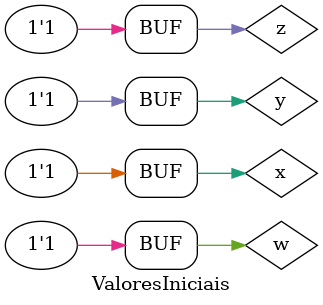
<source format=v>

module A (output a, input x,y,w,z);

	assign a =  (~x&~y&~w&z)|(~x&~y&w&~z)|(~x&y&w&~z)|(~x&y&w&z)|(x&y&w&~z)|(x&y&w&z); 
  

endmodule



module AS (output as, input x, y, w,z);

	assign as = (~x&~y&~w&z)|(x&y&w)|(y&z&w)|(~x&w&~z);

endmodule


module B (output b, input x,y,w,z);

	assign b =  (~x&~y&~w&~z)|(~x&~y&w&~z)|(~x&~y&w&z)|(~x&y&~w&~z)+(~x&y&w&z)|(x&y&~w&~z); 
  

endmodule



module BS (output bs, input x, y, w,z);

	assign bs = (~x&~w&~z)|(y&~w&~z)|(~x&w&z)|(~x&~y&w);

endmodule

module C (output c, input x,y,w,z);

	assign c =  (~x&~y&~w&~z)|(~x&~y&~w&z)|(~x&~y&w&~z)|(~x&~y&w&z)|(~x&y&~w&z)|(x&~y&~w&~z)|(x&~y&~w&z)|(x&y&~w&z); 
  

endmodule



module CS (output cs, input x, y, w,z);

	assign cs = (~y&~w&~z)|(~w&z)|(~x&~y&w);

endmodule


module D (output d, input x,y,w,z);

	assign d = (~x&~y&w&~z)|(~x&y&~w&~z)|(~x&y&w&~z)|( x&~y&~w&~z)|(x&~y&w&~z)|(x&y&~w&~z)|(x&y&w&~z); 
  

endmodule


module DS (output ds, input x, y, w,z);

	assign ds = (y&~w&~z)|(x&~w&~z)|(w&~z);

endmodule

module E (output e, input x,y,w,z);

	assign e = (~x&~y&~w&~z)|(~x&~y&~w&z)|(~x&~y&w&~z)|(~x&y&w&z)|(x&~y&~w&~z)|(x&y&~w&z)|(x&y&w&~z)|(x&y&w&z); 
  

endmodule


module ES (output es, input x, y, w,z);

	assign es = (~y&~w&~z)|(~x&~y&~w)|(~x&~y&~z)|(x&y&z)|(x&y&w)|(y&w&z);

endmodule

module ValoresIniciais;

reg x, y, z, w;
wire a, as, b, bs, c, cs, d, ds, e, es;

	A letraA   (a, x, y, w, z);
	AS letraAS (as, x, y, w, z);
	B letraB   (b, x, y, w, z);
	BS letraBS (bs, x, y, w, z);
    C letraC   (c, x, y, w, z);
	CS letraCS (cs, x, y, w, z);
	D letraD   (d, x, y, w, z);
	DS letraDS (ds, x, y, w, z);
	E letraE   (e, x, y, w, z);
	ES letraES (es, x, y, w, z);
    
initial
begin : start

	x = 1'bx;
	y = 1'bx;
	z = 1'bx;
	w = 1'bx;

end

initial
begin : main

	$display("Exemplo - Larissa Gomes - 650525");
	$display("Expressoes booleanas");
	
	#1 x = 0; y = 0; w = 0; z = 0;
	$display(" x  y  w  z =  a   as    b   bs    c   cs    d   ds    e   es");
    $monitor("%2b %2b %2b %2b = %2b  %2b    %2b  %2b    %2b  %2b    %2b  %2b    %2b  %2b", x, y, w, z, a, as, b, bs, c, cs, d, ds, e, es);
		
	#1 x = 0; y = 0; w = 0; z = 0;
	#1 x = 0; y = 0; w = 0; z = 1;
	#1 x = 0; y = 0; w = 1; z = 0;
	#1 x = 0; y = 0; w = 1; z = 1;
    #1 x = 0; y = 1; w = 0; z = 0;
	#1 x = 0; y = 1; w = 0; z = 1;
	#1 x = 0; y = 1; w = 1; z = 0;
	#1 x = 0; y = 1; w = 1; z = 1;
	#1 x = 1; y = 0; w = 0; z = 0;
	#1 x = 1; y = 0; w = 0; z = 1;
	#1 x = 1; y = 0; w = 1; z = 0;
	#1 x = 1; y = 0; w = 1; z = 1;
	#1 x = 1; y = 1; w = 0; z = 0;
	#1 x = 1; y = 1; w = 0; z = 1;
	#1 x = 1; y = 1; w = 1; z = 0; 
	#1 x = 1; y = 1; w = 1; z = 1;
	
		

end
endmodule
</source>
